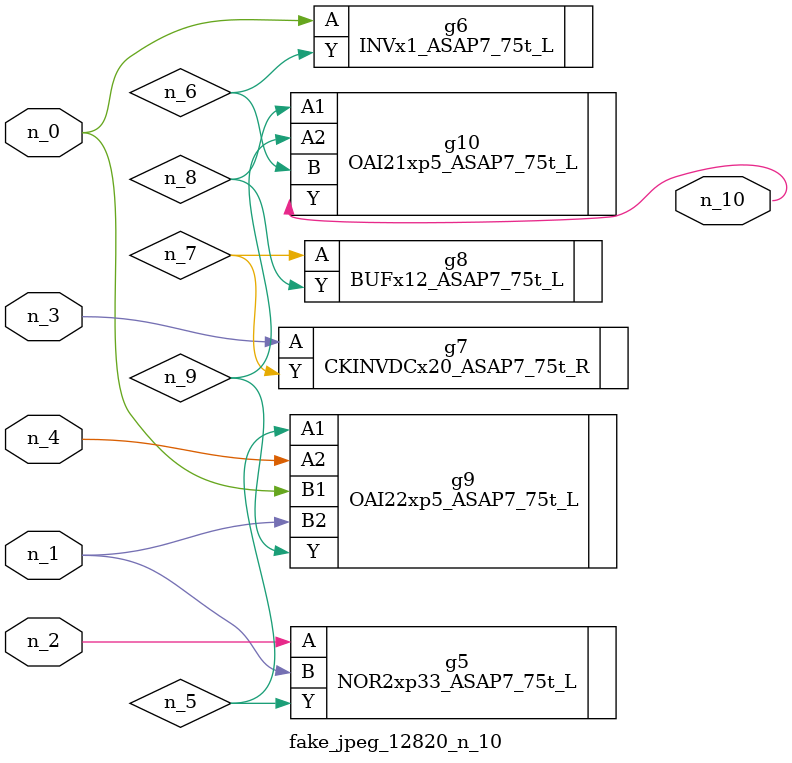
<source format=v>
module fake_jpeg_12820_n_10 (n_3, n_2, n_1, n_0, n_4, n_10);

input n_3;
input n_2;
input n_1;
input n_0;
input n_4;

output n_10;

wire n_8;
wire n_9;
wire n_6;
wire n_5;
wire n_7;

NOR2xp33_ASAP7_75t_L g5 ( 
.A(n_2),
.B(n_1),
.Y(n_5)
);

INVx1_ASAP7_75t_L g6 ( 
.A(n_0),
.Y(n_6)
);

CKINVDCx20_ASAP7_75t_R g7 ( 
.A(n_3),
.Y(n_7)
);

BUFx12_ASAP7_75t_L g8 ( 
.A(n_7),
.Y(n_8)
);

OAI21xp5_ASAP7_75t_L g10 ( 
.A1(n_8),
.A2(n_9),
.B(n_6),
.Y(n_10)
);

OAI22xp5_ASAP7_75t_L g9 ( 
.A1(n_5),
.A2(n_4),
.B1(n_0),
.B2(n_1),
.Y(n_9)
);


endmodule
</source>
